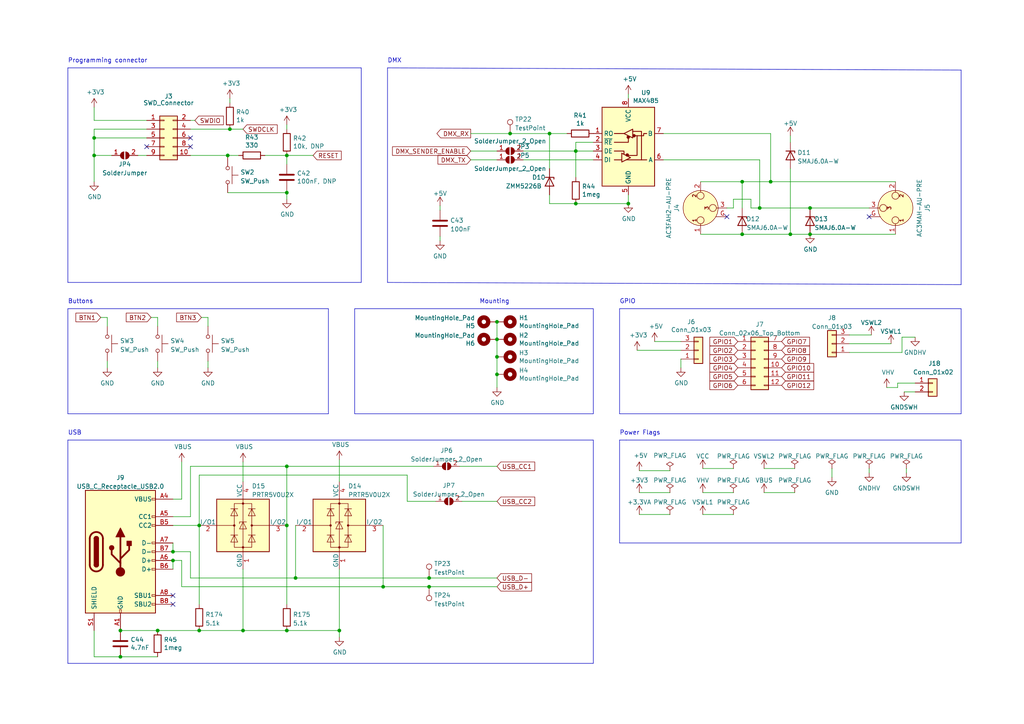
<source format=kicad_sch>
(kicad_sch (version 20230121) (generator eeschema)
  (paper "A4")
  (title_block (title "EL Controller - Connectors") (date "2022-01-22") (rev "1") (company "Light by Christian Baldus"))
  (lib_symbols
    (symbol "Connector:TestPoint" (pin_numbers hide) (pin_names (offset 0.762) hide)
      (property "Reference" "TP" (at 0 6.858 0))
      (property "Value" "TestPoint" (at 0 5.08 0))
      (symbol "TestPoint_1_1"
        (pin passive line (at 0 0 90) (length 2.54) (name "1") (number "1"))
      )
    )
    (symbol "Connector:USB_C_Receptacle_USB2.0" (pin_names (offset 1.016))
      (property "Reference" "J" (at -10.16 19.05 0))
      (property "Value" "USB_C_Receptacle_USB2.0" (at 19.05 19.05 0))
      (symbol "USB_C_Receptacle_USB2.0_1_1"
        (pin passive line (at 0 -22.86 90) (length 5.08) (name "GND") (number "A1"))
        (pin passive line (at 0 -22.86 90) (length 5.08) hide (name "GND") (number "A12"))
        (pin passive line (at 15.24 15.24 180) (length 5.08) (name "VBUS") (number "A4"))
        (pin bidirectional line (at 15.24 10.16 180) (length 5.08) (name "CC1") (number "A5"))
        (pin bidirectional line (at 15.24 -2.54 180) (length 5.08) (name "D+") (number "A6"))
        (pin bidirectional line (at 15.24 2.54 180) (length 5.08) (name "D-") (number "A7"))
        (pin bidirectional line (at 15.24 -12.7 180) (length 5.08) (name "SBU1") (number "A8"))
        (pin passive line (at 15.24 15.24 180) (length 5.08) hide (name "VBUS") (number "A9"))
        (pin passive line (at 0 -22.86 90) (length 5.08) hide (name "GND") (number "B1"))
        (pin passive line (at 0 -22.86 90) (length 5.08) hide (name "GND") (number "B12"))
        (pin passive line (at 15.24 15.24 180) (length 5.08) hide (name "VBUS") (number "B4"))
        (pin bidirectional line (at 15.24 7.62 180) (length 5.08) (name "CC2") (number "B5"))
        (pin bidirectional line (at 15.24 -5.08 180) (length 5.08) (name "D+") (number "B6"))
        (pin bidirectional line (at 15.24 0 180) (length 5.08) (name "D-") (number "B7"))
        (pin bidirectional line (at 15.24 -15.24 180) (length 5.08) (name "SBU2") (number "B8"))
        (pin passive line (at 15.24 15.24 180) (length 5.08) hide (name "VBUS") (number "B9"))
        (pin passive line (at -7.62 -22.86 90) (length 5.08) (name "SHIELD") (number "S1"))
      )
    )
    (symbol "Connector:XLR3_Ground" (pin_names hide)
      (property "Reference" "J" (at 0 8.89 0))
      (property "Value" "XLR3_Ground" (at 0 6.35 0))
      (symbol "XLR3_Ground_0_1"
        (text "1" (at -3.556 1.778 0) (effects (font (size 1.016 1.016) bold)))
        (text "2" (at 3.556 1.778 0) (effects (font (size 1.016 1.016) bold)))
        (text "3" (at 0 -1.778 0) (effects (font (size 1.016 1.016) bold)))
        (pin passive line (at -7.62 0 0) (length 2.54) (name "~") (number "1"))
        (pin passive line (at 7.62 0 180) (length 2.54) (name "~") (number "2"))
        (pin passive line (at 0 -7.62 90) (length 2.54) (name "~") (number "3"))
      )
      (symbol "XLR3_Ground_1_1"
        (pin passive line (at -2.54 -7.62 90) (length 2.54) (name "~") (number "G"))
      )
    )
    (symbol "Connector_Generic:Conn_01x02" (pin_names (offset 1.016) hide)
      (property "Reference" "J" (at 0 2.54 0))
      (property "Value" "Conn_01x02" (at 0 -5.08 0))
      (symbol "Conn_01x02_1_1"
        (pin passive line (at -5.08 0 0) (length 3.81) (name "Pin_1") (number "1"))
        (pin passive line (at -5.08 -2.54 0) (length 3.81) (name "Pin_2") (number "2"))
      )
    )
    (symbol "Connector_Generic:Conn_01x03" (pin_names (offset 1.016) hide)
      (property "Reference" "J" (at 0 5.08 0))
      (property "Value" "Conn_01x03" (at 0 -5.08 0))
      (symbol "Conn_01x03_1_1"
        (pin passive line (at -5.08 2.54 0) (length 3.81) (name "Pin_1") (number "1"))
        (pin passive line (at -5.08 0 0) (length 3.81) (name "Pin_2") (number "2"))
        (pin passive line (at -5.08 -2.54 0) (length 3.81) (name "Pin_3") (number "3"))
      )
    )
    (symbol "Connector_Generic:Conn_02x05_Odd_Even" (pin_names (offset 1.016) hide)
      (property "Reference" "J" (at 1.27 7.62 0))
      (property "Value" "Conn_02x05_Odd_Even" (at 1.27 -7.62 0))
      (symbol "Conn_02x05_Odd_Even_1_1"
        (pin passive line (at -5.08 5.08 0) (length 3.81) (name "Pin_1") (number "1"))
        (pin passive line (at 7.62 -5.08 180) (length 3.81) (name "Pin_10") (number "10"))
        (pin passive line (at 7.62 5.08 180) (length 3.81) (name "Pin_2") (number "2"))
        (pin passive line (at -5.08 2.54 0) (length 3.81) (name "Pin_3") (number "3"))
        (pin passive line (at 7.62 2.54 180) (length 3.81) (name "Pin_4") (number "4"))
        (pin passive line (at -5.08 0 0) (length 3.81) (name "Pin_5") (number "5"))
        (pin passive line (at 7.62 0 180) (length 3.81) (name "Pin_6") (number "6"))
        (pin passive line (at -5.08 -2.54 0) (length 3.81) (name "Pin_7") (number "7"))
        (pin passive line (at 7.62 -2.54 180) (length 3.81) (name "Pin_8") (number "8"))
        (pin passive line (at -5.08 -5.08 0) (length 3.81) (name "Pin_9") (number "9"))
      )
    )
    (symbol "Connector_Generic:Conn_02x06_Top_Bottom" (pin_names (offset 1.016) hide)
      (property "Reference" "J" (at 1.27 7.62 0))
      (property "Value" "Conn_02x06_Top_Bottom" (at 1.27 -10.16 0))
      (symbol "Conn_02x06_Top_Bottom_1_1"
        (pin passive line (at -5.08 5.08 0) (length 3.81) (name "Pin_1") (number "1"))
        (pin passive line (at 7.62 -2.54 180) (length 3.81) (name "Pin_10") (number "10"))
        (pin passive line (at 7.62 -5.08 180) (length 3.81) (name "Pin_11") (number "11"))
        (pin passive line (at 7.62 -7.62 180) (length 3.81) (name "Pin_12") (number "12"))
        (pin passive line (at -5.08 2.54 0) (length 3.81) (name "Pin_2") (number "2"))
        (pin passive line (at -5.08 0 0) (length 3.81) (name "Pin_3") (number "3"))
        (pin passive line (at -5.08 -2.54 0) (length 3.81) (name "Pin_4") (number "4"))
        (pin passive line (at -5.08 -5.08 0) (length 3.81) (name "Pin_5") (number "5"))
        (pin passive line (at -5.08 -7.62 0) (length 3.81) (name "Pin_6") (number "6"))
        (pin passive line (at 7.62 5.08 180) (length 3.81) (name "Pin_7") (number "7"))
        (pin passive line (at 7.62 2.54 180) (length 3.81) (name "Pin_8") (number "8"))
        (pin passive line (at 7.62 0 180) (length 3.81) (name "Pin_9") (number "9"))
      )
    )
    (symbol "Device:C" (pin_numbers hide) (pin_names (offset 0.254))
      (property "Reference" "C" (at 0.635 2.54 0))
      (property "Value" "C" (at 0.635 -2.54 0))
      (symbol "C_1_1"
        (pin passive line (at 0 3.81 270) (length 2.794) (name "~") (number "1"))
        (pin passive line (at 0 -3.81 90) (length 2.794) (name "~") (number "2"))
      )
    )
    (symbol "Device:D_Zener" (pin_numbers hide) (pin_names (offset 1.016) hide)
      (property "Reference" "D" (at 0 2.54 0))
      (property "Value" "D_Zener" (at 0 -2.54 0))
      (symbol "D_Zener_1_1"
        (pin passive line (at -3.81 0 0) (length 2.54) (name "K") (number "1"))
        (pin passive line (at 3.81 0 180) (length 2.54) (name "A") (number "2"))
      )
    )
    (symbol "Device:R" (pin_numbers hide) (pin_names (offset 0))
      (property "Reference" "R" (at 2.032 0 90))
      (property "Value" "R" (at 0 0 90))
      (symbol "R_1_1"
        (pin passive line (at 0 3.81 270) (length 1.27) (name "~") (number "1"))
        (pin passive line (at 0 -3.81 90) (length 1.27) (name "~") (number "2"))
      )
    )
    (symbol "Diode:ZMMxx" (pin_numbers hide) (pin_names hide)
      (property "Reference" "D" (at 0 2.54 0))
      (property "Value" "ZMMxx" (at 0 -2.54 0))
      (symbol "ZMMxx_1_1"
        (pin passive line (at -3.81 0 0) (length 2.54) (name "K") (number "1"))
        (pin passive line (at 3.81 0 180) (length 2.54) (name "A") (number "2"))
      )
    )
    (symbol "Interface_UART:MAX485E"
      (property "Reference" "U" (at -6.096 11.43 0))
      (property "Value" "MAX485E" (at 0.762 11.43 0))
      (symbol "MAX485E_1_1"
        (pin output line (at -10.16 2.54 0) (length 2.54) (name "RO") (number "1"))
        (pin input line (at -10.16 0 0) (length 2.54) (name "~{RE}") (number "2"))
        (pin input line (at -10.16 -2.54 0) (length 2.54) (name "DE") (number "3"))
        (pin input line (at -10.16 -5.08 0) (length 2.54) (name "DI") (number "4"))
        (pin power_in line (at 0 -15.24 90) (length 2.54) (name "GND") (number "5"))
        (pin bidirectional line (at 10.16 -5.08 180) (length 2.54) (name "A") (number "6"))
        (pin bidirectional line (at 10.16 2.54 180) (length 2.54) (name "B") (number "7"))
        (pin power_in line (at 0 12.7 270) (length 2.54) (name "VCC") (number "8"))
      )
    )
    (symbol "Jumper:SolderJumper_2_Open" (pin_names (offset 0) hide)
      (property "Reference" "JP" (at 0 2.032 0))
      (property "Value" "SolderJumper_2_Open" (at 0 -2.54 0))
      (symbol "SolderJumper_2_Open_1_1"
        (pin passive line (at -3.81 0 0) (length 2.54) (name "A") (number "1"))
        (pin passive line (at 3.81 0 180) (length 2.54) (name "B") (number "2"))
      )
    )
    (symbol "Mechanical:MountingHole_Pad" (pin_numbers hide) (pin_names (offset 1.016) hide)
      (property "Reference" "H" (at 0 6.35 0))
      (property "Value" "MountingHole_Pad" (at 0 4.445 0))
      (symbol "MountingHole_Pad_1_1"
        (pin input line (at 0 -2.54 90) (length 2.54) (name "1") (number "1"))
      )
    )
    (symbol "Power_Protection:PRTR5V0U2X" (pin_names (offset 0))
      (property "Reference" "D" (at 2.794 8.636 0))
      (property "Value" "PRTR5V0U2X" (at 8.128 -9.398 0))
      (symbol "PRTR5V0U2X_1_1"
        (pin passive line (at 0 -12.7 90) (length 5.08) (name "GND") (number "1"))
        (pin passive line (at -12.7 0 0) (length 5.08) (name "I/O1") (number "2"))
        (pin passive line (at 12.7 0 180) (length 5.08) (name "I/O2") (number "3"))
        (pin passive line (at 0 12.7 270) (length 5.08) (name "VCC") (number "4"))
      )
    )
    (symbol "Switch:SW_Push" (pin_numbers hide) (pin_names (offset 1.016) hide)
      (property "Reference" "SW" (at 1.27 2.54 0))
      (property "Value" "SW_Push" (at 0 -1.524 0))
      (symbol "SW_Push_0_1"
        (pin passive line (at -5.08 0 0) (length 2.54) (name "1") (number "1"))
        (pin passive line (at 5.08 0 180) (length 2.54) (name "2") (number "2"))
      )
    )
    (symbol "el_components:GNDHV" (power) (pin_names (offset 0))
      (property "Value" "GNDHV" (at 0 -3.81 0))
      (symbol "GNDHV_1_1"
        (pin power_in line (at 0 0 270) (length 0) hide (name "GNDHV") (number "1"))
      )
    )
    (symbol "el_components:GNDSWH" (power) (pin_names (offset 0))
      (property "Value" "GNDSWH" (at 0 -3.81 0))
      (symbol "GNDSWH_1_1"
        (pin power_in line (at 0 0 270) (length 0) hide (name "GNDSWH") (number "1"))
      )
    )
    (symbol "el_components:VHV" (power) (pin_names (offset 0))
      (property "Value" "VHV" (at 0 3.81 0))
      (symbol "VHV_1_1"
        (pin power_in line (at 0 0 90) (length 0) hide (name "VHV") (number "1"))
      )
    )
    (symbol "el_components:VSWL1" (power) (pin_names (offset 0))
      (property "Value" "VSWL1" (at 0 3.81 0))
      (symbol "VSWL1_1_1"
        (pin power_in line (at 0 0 90) (length 0) hide (name "VSWL1") (number "1"))
      )
    )
    (symbol "el_components:VSWL2" (power) (pin_names (offset 0))
      (property "Value" "VSWL2" (at 0 3.81 0))
      (symbol "VSWL2_1_1"
        (pin power_in line (at 0 0 90) (length 0) hide (name "VSWL2") (number "1"))
      )
    )
    (symbol "power:+3.3VA" (power) (pin_names (offset 0))
      (property "Value" "+3.3VA" (at 0 3.556 0))
      (symbol "+3.3VA_1_1"
        (pin power_in line (at 0 0 90) (length 0) hide (name "+3.3VA") (number "1"))
      )
    )
    (symbol "power:+3V3" (power) (pin_names (offset 0))
      (property "Value" "+3V3" (at 0 3.556 0))
      (symbol "+3V3_1_1"
        (pin power_in line (at 0 0 90) (length 0) hide (name "+3V3") (number "1"))
      )
    )
    (symbol "power:+5V" (power) (pin_names (offset 0))
      (property "Value" "+5V" (at 0 3.556 0))
      (symbol "+5V_1_1"
        (pin power_in line (at 0 0 90) (length 0) hide (name "+5V") (number "1"))
      )
    )
    (symbol "power:GND" (power) (pin_names (offset 0))
      (property "Value" "GND" (at 0 -3.81 0))
      (symbol "GND_1_1"
        (pin power_in line (at 0 0 270) (length 0) hide (name "GND") (number "1"))
      )
    )
    (symbol "power:PWR_FLAG" (power) (pin_numbers hide) (pin_names (offset 0) hide)
      (property "Value" "PWR_FLAG" (at 0 3.81 0))
      (symbol "PWR_FLAG_0_0"
        (pin power_out line (at 0 0 90) (length 0) (name "pwr") (number "1"))
      )
    )
    (symbol "power:VBUS" (power) (pin_names (offset 0))
      (property "Value" "VBUS" (at 0 3.81 0))
      (symbol "VBUS_1_1"
        (pin power_in line (at 0 0 90) (length 0) hide (name "VBUS") (number "1"))
      )
    )
    (symbol "power:VCC" (power) (pin_names (offset 0))
      (property "Value" "VCC" (at 0 3.81 0))
      (symbol "VCC_1_1"
        (pin power_in line (at 0 0 90) (length 0) hide (name "VCC") (number "1"))
      )
    )
  )
  (junction (at 83.185 182.88))
  (junction (at 83.185 152.4))
  (junction (at 167.005 59.055))
  (junction (at 57.785 152.4))
  (junction (at 144.145 108.585))
  (junction (at 182.245 59.055))
  (junction (at 223.52 52.705))
  (junction (at 124.46 167.64))
  (junction (at 215.265 67.945))
  (junction (at 144.145 93.345))
  (junction (at 144.145 103.505))
  (junction (at 83.185 135.255))
  (junction (at 147.955 38.735))
  (junction (at 85.725 167.64))
  (junction (at 50.165 160.02))
  (junction (at 215.265 52.705))
  (junction (at 50.165 162.56))
  (junction (at 34.925 190.5))
  (junction (at 57.785 182.88))
  (junction (at 83.185 55.88))
  (junction (at 111.125 170.18))
  (junction (at 34.925 182.88))
  (junction (at 27.305 45.085))
  (junction (at 124.46 170.18))
  (junction (at 234.95 60.325))
  (junction (at 98.425 182.88))
  (junction (at 159.385 38.735))
  (junction (at 27.305 40.005))
  (junction (at 66.04 45.085))
  (junction (at 229.235 67.945))
  (junction (at 66.675 37.465))
  (junction (at 70.485 182.88))
  (junction (at 45.72 182.88))
  (junction (at 234.95 67.945))
  (junction (at 167.005 43.815))
  (junction (at 144.145 98.425))
  (junction (at 83.185 45.085))
  (junction (at 220.345 60.325))
  (no_connect (at 50.165 172.72))
  (no_connect (at 50.165 175.26))
  (no_connect (at 55.245 40.005))
  (no_connect (at 42.545 42.545))
  (no_connect (at 252.095 62.865))
  (no_connect (at 210.82 62.865))
  (no_connect (at 55.245 42.545))
  (wire (pts (xy 185.42 142.875) (xy 194.31 142.875)))
  (wire (pts (xy 52.705 144.78) (xy 50.165 144.78)))
  (wire (pts (xy 260.35 111.125) (xy 260.35 112.395)))
  (wire (pts (xy 159.385 48.895) (xy 159.385 38.735)))
  (polyline (pts (xy 102.87 120.015) (xy 102.87 89.535)))
  (polyline (pts (xy 19.685 81.915) (xy 19.685 19.685)))
  (wire (pts (xy 42.545 40.005) (xy 27.305 40.005)))
  (wire (pts (xy 229.235 39.37) (xy 229.235 41.275)))
  (wire (pts (xy 144.145 93.345) (xy 144.145 98.425)))
  (wire (pts (xy 203.835 149.225) (xy 212.725 149.225)))
  (wire (pts (xy 98.425 165.1) (xy 98.425 182.88)))
  (wire (pts (xy 151.765 43.815) (xy 167.005 43.815)))
  (polyline (pts (xy 181.61 127.635) (xy 278.765 127.635)))
  (wire (pts (xy 60.325 104.775) (xy 60.325 106.68)))
  (wire (pts (xy 203.835 135.89) (xy 212.725 135.89)))
  (wire (pts (xy 70.485 37.465) (xy 66.675 37.465)))
  (wire (pts (xy 50.165 152.4) (xy 57.785 152.4)))
  (wire (pts (xy 29.21 92.075) (xy 31.115 92.075)))
  (wire (pts (xy 45.72 92.075) (xy 45.72 94.615)))
  (wire (pts (xy 42.545 37.465) (xy 27.305 37.465)))
  (polyline (pts (xy 179.705 127.635) (xy 181.61 127.635)))
  (polyline (pts (xy 172.085 127.635) (xy 19.685 127.635)))
  (wire (pts (xy 57.785 152.4) (xy 57.785 175.26)))
  (wire (pts (xy 136.525 46.355) (xy 144.145 46.355)))
  (wire (pts (xy 159.385 56.515) (xy 159.385 59.055)))
  (wire (pts (xy 127.635 68.58) (xy 127.635 69.85)))
  (wire (pts (xy 221.615 135.89) (xy 230.505 135.89)))
  (wire (pts (xy 189.865 99.06) (xy 197.485 99.06)))
  (wire (pts (xy 50.165 157.48) (xy 50.165 160.02)))
  (polyline (pts (xy 104.775 19.685) (xy 104.775 81.915)))
  (wire (pts (xy 229.235 48.895) (xy 229.235 67.945)))
  (wire (pts (xy 27.305 45.085) (xy 27.305 52.705)))
  (wire (pts (xy 133.985 145.415) (xy 144.145 145.415)))
  (wire (pts (xy 57.785 137.795) (xy 118.11 137.795)))
  (wire (pts (xy 167.005 41.275) (xy 167.005 43.815)))
  (polyline (pts (xy 179.705 157.48) (xy 179.705 127.635)))
  (wire (pts (xy 184.785 101.6) (xy 197.485 101.6)))
  (wire (pts (xy 52.705 170.18) (xy 111.125 170.18)))
  (wire (pts (xy 217.805 60.325) (xy 220.345 60.325)))
  (wire (pts (xy 43.815 92.075) (xy 45.72 92.075)))
  (wire (pts (xy 31.115 104.775) (xy 31.115 106.68)))
  (wire (pts (xy 185.42 149.225) (xy 194.31 149.225)))
  (polyline (pts (xy 19.685 19.685) (xy 104.775 19.685)))
  (wire (pts (xy 220.345 46.355) (xy 220.345 60.325)))
  (polyline (pts (xy 95.25 120.015) (xy 95.25 89.535)))
  (wire (pts (xy 70.485 133.985) (xy 70.485 139.7)))
  (wire (pts (xy 252.095 135.89) (xy 252.095 137.16)))
  (wire (pts (xy 98.425 133.35) (xy 98.425 139.7)))
  (wire (pts (xy 203.2 67.945) (xy 215.265 67.945)))
  (wire (pts (xy 50.165 162.56) (xy 52.705 162.56)))
  (wire (pts (xy 111.125 170.18) (xy 111.125 152.4)))
  (wire (pts (xy 260.35 112.395) (xy 257.175 112.395)))
  (wire (pts (xy 246.38 102.235) (xy 261.62 102.235)))
  (wire (pts (xy 55.245 45.085) (xy 66.04 45.085)))
  (wire (pts (xy 57.785 182.88) (xy 70.485 182.88)))
  (wire (pts (xy 215.265 67.945) (xy 229.235 67.945)))
  (wire (pts (xy 98.425 182.88) (xy 83.185 182.88)))
  (wire (pts (xy 223.52 52.705) (xy 259.715 52.705)))
  (wire (pts (xy 215.265 52.705) (xy 215.265 60.325)))
  (wire (pts (xy 220.345 60.325) (xy 234.95 60.325)))
  (wire (pts (xy 234.95 67.945) (xy 259.715 67.945)))
  (polyline (pts (xy 102.87 89.535) (xy 172.085 89.535)))
  (polyline (pts (xy 172.085 120.015) (xy 102.87 120.015)))
  (wire (pts (xy 212.725 57.785) (xy 217.805 57.785)))
  (wire (pts (xy 83.185 135.255) (xy 83.185 152.4)))
  (wire (pts (xy 159.385 38.735) (xy 164.465 38.735)))
  (wire (pts (xy 124.46 170.18) (xy 144.145 170.18)))
  (wire (pts (xy 83.185 152.4) (xy 83.185 175.26)))
  (wire (pts (xy 144.145 98.425) (xy 144.145 103.505)))
  (wire (pts (xy 45.72 104.775) (xy 45.72 106.68)))
  (wire (pts (xy 203.835 142.875) (xy 212.725 142.875)))
  (wire (pts (xy 55.245 160.02) (xy 55.245 167.64)))
  (polyline (pts (xy 179.705 89.535) (xy 179.705 120.015)))
  (wire (pts (xy 212.725 60.325) (xy 212.725 57.785)))
  (wire (pts (xy 55.245 167.64) (xy 85.725 167.64)))
  (wire (pts (xy 182.245 27.305) (xy 182.245 28.575)))
  (wire (pts (xy 55.245 135.255) (xy 83.185 135.255)))
  (wire (pts (xy 167.005 51.435) (xy 167.005 43.815)))
  (wire (pts (xy 83.185 37.465) (xy 83.185 36.195)))
  (wire (pts (xy 133.35 135.255) (xy 144.145 135.255)))
  (wire (pts (xy 203.2 52.705) (xy 215.265 52.705)))
  (wire (pts (xy 167.005 41.275) (xy 172.085 41.275)))
  (wire (pts (xy 144.145 103.505) (xy 144.145 108.585)))
  (wire (pts (xy 27.305 37.465) (xy 27.305 40.005)))
  (wire (pts (xy 52.705 133.985) (xy 52.705 144.78)))
  (wire (pts (xy 27.305 40.005) (xy 27.305 45.085)))
  (wire (pts (xy 85.725 152.4) (xy 85.725 167.64)))
  (wire (pts (xy 85.725 167.64) (xy 124.46 167.64)))
  (wire (pts (xy 147.955 38.735) (xy 159.385 38.735)))
  (polyline (pts (xy 278.765 127.635) (xy 278.765 157.48)))
  (wire (pts (xy 197.485 106.68) (xy 197.485 104.14)))
  (wire (pts (xy 261.62 102.235) (xy 261.62 97.79)))
  (wire (pts (xy 55.245 135.255) (xy 55.245 149.86)))
  (wire (pts (xy 52.705 162.56) (xy 52.705 170.18)))
  (wire (pts (xy 217.805 57.785) (xy 217.805 60.325)))
  (wire (pts (xy 111.125 170.18) (xy 124.46 170.18)))
  (wire (pts (xy 210.82 60.325) (xy 212.725 60.325)))
  (polyline (pts (xy 278.765 120.015) (xy 278.765 89.535)))
  (wire (pts (xy 27.305 190.5) (xy 34.925 190.5)))
  (wire (pts (xy 83.185 45.085) (xy 83.185 47.625)))
  (wire (pts (xy 118.11 145.415) (xy 118.11 137.795)))
  (wire (pts (xy 124.46 167.64) (xy 144.145 167.64)))
  (polyline (pts (xy 19.685 89.535) (xy 95.25 89.535)))
  (wire (pts (xy 90.805 45.085) (xy 83.185 45.085)))
  (polyline (pts (xy 112.395 81.915) (xy 112.395 19.685)))
  (wire (pts (xy 144.145 108.585) (xy 144.145 112.395)))
  (wire (pts (xy 83.185 57.785) (xy 83.185 55.88)))
  (wire (pts (xy 223.52 38.735) (xy 223.52 52.705)))
  (wire (pts (xy 66.04 55.88) (xy 83.185 55.88)))
  (wire (pts (xy 45.72 182.88) (xy 57.785 182.88)))
  (wire (pts (xy 185.42 136.525) (xy 194.31 136.525)))
  (wire (pts (xy 83.185 135.255) (xy 125.73 135.255)))
  (wire (pts (xy 27.305 182.88) (xy 27.305 190.5)))
  (polyline (pts (xy 19.685 127.635) (xy 19.685 192.405)))
  (wire (pts (xy 262.255 113.665) (xy 265.43 113.665)))
  (wire (pts (xy 34.925 182.88) (xy 45.72 182.88)))
  (wire (pts (xy 60.325 92.075) (xy 60.325 94.615)))
  (wire (pts (xy 50.165 160.02) (xy 55.245 160.02)))
  (wire (pts (xy 32.385 45.085) (xy 27.305 45.085)))
  (wire (pts (xy 126.365 145.415) (xy 118.11 145.415)))
  (wire (pts (xy 229.235 67.945) (xy 234.95 67.945)))
  (polyline (pts (xy 179.705 120.015) (xy 278.765 120.015)))
  (wire (pts (xy 27.305 34.925) (xy 42.545 34.925)))
  (wire (pts (xy 265.43 111.125) (xy 260.35 111.125)))
  (polyline (pts (xy 19.685 89.535) (xy 19.685 120.015)))
  (wire (pts (xy 70.485 182.88) (xy 83.185 182.88)))
  (wire (pts (xy 83.185 55.88) (xy 83.185 55.245)))
  (polyline (pts (xy 278.765 82.55) (xy 112.395 81.915)))
  (wire (pts (xy 66.04 45.085) (xy 66.04 45.72)))
  (wire (pts (xy 55.245 37.465) (xy 66.675 37.465)))
  (wire (pts (xy 58.42 92.075) (xy 60.325 92.075)))
  (polyline (pts (xy 104.775 81.915) (xy 19.685 81.915)))
  (wire (pts (xy 127.635 59.69) (xy 127.635 60.96)))
  (wire (pts (xy 144.145 43.815) (xy 136.525 43.815)))
  (wire (pts (xy 57.785 152.4) (xy 57.785 137.795)))
  (wire (pts (xy 262.89 135.89) (xy 262.89 137.16)))
  (wire (pts (xy 27.305 34.925) (xy 27.305 31.115)))
  (wire (pts (xy 241.3 135.89) (xy 241.3 138.43)))
  (wire (pts (xy 192.405 46.355) (xy 220.345 46.355)))
  (polyline (pts (xy 278.765 157.48) (xy 179.705 157.48)))
  (wire (pts (xy 136.525 38.735) (xy 147.955 38.735)))
  (wire (pts (xy 167.005 43.815) (xy 172.085 43.815)))
  (polyline (pts (xy 278.765 89.535) (xy 179.705 89.535)))
  (wire (pts (xy 98.425 182.88) (xy 98.425 184.785)))
  (wire (pts (xy 70.485 165.1) (xy 70.485 182.88)))
  (wire (pts (xy 56.515 34.925) (xy 55.245 34.925)))
  (polyline (pts (xy 19.685 120.015) (xy 95.25 120.015)))
  (wire (pts (xy 34.925 190.5) (xy 45.72 190.5)))
  (wire (pts (xy 159.385 59.055) (xy 167.005 59.055)))
  (wire (pts (xy 182.245 59.055) (xy 182.245 56.515)))
  (polyline (pts (xy 19.685 192.405) (xy 172.085 192.405)))
  (wire (pts (xy 234.95 60.325) (xy 252.095 60.325)))
  (polyline (pts (xy 112.395 19.685) (xy 278.765 20.32)))
  (polyline (pts (xy 172.085 192.405) (xy 172.085 127.635)))
  (wire (pts (xy 246.38 97.155) (xy 252.73 97.155)))
  (wire (pts (xy 172.085 46.355) (xy 151.765 46.355)))
  (wire (pts (xy 192.405 38.735) (xy 223.52 38.735)))
  (wire (pts (xy 76.835 45.085) (xy 83.185 45.085)))
  (wire (pts (xy 261.62 97.79) (xy 265.43 97.79)))
  (wire (pts (xy 66.04 45.085) (xy 69.215 45.085)))
  (wire (pts (xy 215.265 52.705) (xy 223.52 52.705)))
  (wire (pts (xy 221.615 142.875) (xy 230.505 142.875)))
  (polyline (pts (xy 278.765 20.32) (xy 278.765 82.55)))
  (wire (pts (xy 167.005 59.055) (xy 182.245 59.055)))
  (wire (pts (xy 31.115 92.075) (xy 31.115 94.615)))
  (wire (pts (xy 50.165 162.56) (xy 50.165 165.1)))
  (wire (pts (xy 246.38 99.695) (xy 258.445 99.695)))
  (wire (pts (xy 50.165 149.86) (xy 55.245 149.86)))
  (wire (pts (xy 66.675 29.845) (xy 66.675 28.575)))
  (wire (pts (xy 40.005 45.085) (xy 42.545 45.085)))
  (polyline (pts (xy 172.085 89.535) (xy 172.085 120.015)))
  (text "Power Flags" (at 179.705 126.365 0) (effects (font (size 1.27 1.27)) (justify left bottom)))
  (text "Mounting" (at 139.065 88.265 0) (effects (font (size 1.27 1.27)) (justify left bottom)))
  (text "USB" (at 19.685 126.365 0) (effects (font (size 1.27 1.27)) (justify left bottom)))
  (text "Programming connector" (at 19.685 18.415 0) (effects (font (size 1.27 1.27)) (justify left bottom)))
  (text "DMX" (at 112.395 18.415 0) (effects (font (size 1.27 1.27)) (justify left bottom)))
  (text "GPIO" (at 179.705 88.265 0) (effects (font (size 1.27 1.27)) (justify left bottom)))
  (text "Buttons" (at 19.685 88.265 0) (effects (font (size 1.27 1.27)) (justify left bottom)))
  (global_label "GPIO9" (shape input) (at 226.695 104.14 0) (property "Intersheetrefs" "${INTERSHEET_REFS}" (effects hide)))
  (global_label "USB_CC2" (shape input) (at 144.145 145.415 0) (property "Intersheetrefs" "${INTERSHEET_REFS}" (effects hide)))
  (global_label "GPIO11" (shape input) (at 226.695 109.22 0) (property "Intersheetrefs" "${INTERSHEET_REFS}" (effects hide)))
  (global_label "SWDIO" (shape input) (at 56.515 34.925 0) (property "Intersheetrefs" "${INTERSHEET_REFS}" (effects hide)))
  (global_label "USB_D+" (shape input) (at 144.145 170.18 0) (property "Intersheetrefs" "${INTERSHEET_REFS}" (effects hide)))
  (global_label "SWDCLK" (shape input) (at 70.485 37.465 0) (property "Intersheetrefs" "${INTERSHEET_REFS}" (effects hide)))
  (global_label "DMX_SENDER_ENABLE" (shape input) (at 136.525 43.815 180) (property "Intersheetrefs" "${INTERSHEET_REFS}" (effects hide)))
  (global_label "DMX_TX" (shape input) (at 136.525 46.355 180) (property "Intersheetrefs" "${INTERSHEET_REFS}" (effects hide)))
  (global_label "USB_CC1" (shape input) (at 144.145 135.255 0) (property "Intersheetrefs" "${INTERSHEET_REFS}" (effects hide)))
  (global_label "USB_D-" (shape input) (at 144.145 167.64 0) (property "Intersheetrefs" "${INTERSHEET_REFS}" (effects hide)))
  (global_label "GPIO5" (shape input) (at 213.995 109.22 180) (property "Intersheetrefs" "${INTERSHEET_REFS}" (effects hide)))
  (global_label "BTN3" (shape input) (at 58.42 92.075 180) (property "Intersheetrefs" "${INTERSHEET_REFS}" (effects hide)))
  (global_label "GPIO4" (shape input) (at 213.995 106.68 180) (property "Intersheetrefs" "${INTERSHEET_REFS}" (effects hide)))
  (global_label "GPIO3" (shape input) (at 213.995 104.14 180) (property "Intersheetrefs" "${INTERSHEET_REFS}" (effects hide)))
  (global_label "RESET" (shape input) (at 90.805 45.085 0) (property "Intersheetrefs" "${INTERSHEET_REFS}" (effects hide)))
  (global_label "GPIO1" (shape input) (at 213.995 99.06 180) (property "Intersheetrefs" "${INTERSHEET_REFS}" (effects hide)))
  (global_label "BTN2" (shape input) (at 43.815 92.075 180) (property "Intersheetrefs" "${INTERSHEET_REFS}" (effects hide)))
  (global_label "GPIO12" (shape input) (at 226.695 111.76 0) (property "Intersheetrefs" "${INTERSHEET_REFS}" (effects hide)))
  (global_label "GPIO2" (shape input) (at 213.995 101.6 180) (property "Intersheetrefs" "${INTERSHEET_REFS}" (effects hide)))
  (global_label "GPIO7" (shape input) (at 226.695 99.06 0) (property "Intersheetrefs" "${INTERSHEET_REFS}" (effects hide)))
  (global_label "GPIO8" (shape input) (at 226.695 101.6 0) (property "Intersheetrefs" "${INTERSHEET_REFS}" (effects hide)))
  (global_label "DMX_RX" (shape output) (at 136.525 38.735 180) (property "Intersheetrefs" "${INTERSHEET_REFS}" (effects hide)))
  (global_label "GPIO6" (shape input) (at 213.995 111.76 180) (property "Intersheetrefs" "${INTERSHEET_REFS}" (effects hide)))
  (global_label "BTN1" (shape input) (at 29.21 92.075 180) (property "Intersheetrefs" "${INTERSHEET_REFS}" (effects hide)))
  (global_label "GPIO10" (shape input) (at 226.695 106.68 0) (property "Intersheetrefs" "${INTERSHEET_REFS}" (effects hide)))
  (symbol (lib_id "Connector_Generic:Conn_01x03") (at 202.565 101.6 0) (mirror x) (unit 1)
    (property "Reference" "J6" (at 200.4822 93.345 0))
    (property "Value" "Conn_01x03" (at 200.4822 95.6564 0))
    (property "Footprint" "Connector_PinHeader_2.54mm:PinHeader_1x03_P2.54mm_Vertical" (effects hide))
  )
  (symbol (lib_id "power:GND") (at 197.485 106.68 0) (unit 1)
    (property "Reference" "#PWR078" (effects hide))
    (property "Value" "GND" (at 197.612 111.0742 0))
  )
  (symbol (lib_id "power:+5V") (at 189.865 99.06 0) (unit 1)
    (property "Reference" "#PWR074" (effects hide))
    (property "Value" "+5V" (at 190.246 94.6658 0))
  )
  (symbol (lib_id "power:+3V3") (at 184.785 101.6 0) (unit 1)
    (property "Reference" "#PWR076" (effects hide))
    (property "Value" "+3V3" (at 185.166 97.2058 0))
  )
  (symbol (lib_id "el_components:VHV") (at 257.175 112.395 0) (unit 1)
    (property "Reference" "#PWR073" (effects hide))
    (property "Value" "VHV" (at 257.556 108.0008 0))
  )
  (symbol (lib_id "Device:R") (at 167.005 55.245 0) (unit 1)
    (property "Reference" "R44" (at 168.783 54.0766 0) (effects (justify left)))
    (property "Value" "1meg" (at 168.783 56.388 0) (effects (justify left)))
    (property "Footprint" "Resistor_SMD:R_0603_1608Metric" (effects hide))
  )
  (symbol (lib_id "Jumper:SolderJumper_2_Open") (at 147.955 43.815 0) (unit 1)
    (property "Reference" "JP3" (at 151.765 42.545 0))
    (property "Value" "SolderJumper_2_Open" (at 147.955 40.9194 0))
    (property "Footprint" "Jumper:SolderJumper-2_P1.3mm_Open_RoundedPad1.0x1.5mm" (effects hide))
  )
  (symbol (lib_id "Mechanical:MountingHole_Pad") (at 146.685 93.345 270) (unit 1)
    (property "Reference" "H1" (at 150.495 92.1766 90) (effects (justify left)))
    (property "Value" "MountingHole_Pad" (at 150.495 94.488 90) (effects (justify left)))
    (property "Footprint" "MountingHole:MountingHole_3.2mm_M3_Pad_Via" (effects hide))
  )
  (symbol (lib_id "Mechanical:MountingHole_Pad") (at 146.685 98.425 270) (unit 1)
    (property "Reference" "H2" (at 150.495 97.2566 90) (effects (justify left)))
    (property "Value" "MountingHole_Pad" (at 150.495 99.568 90) (effects (justify left)))
    (property "Footprint" "MountingHole:MountingHole_3.2mm_M3_Pad_Via" (effects hide))
  )
  (symbol (lib_id "Mechanical:MountingHole_Pad") (at 146.685 103.505 270) (unit 1)
    (property "Reference" "H3" (at 150.495 102.3366 90) (effects (justify left)))
    (property "Value" "MountingHole_Pad" (at 150.495 104.648 90) (effects (justify left)))
    (property "Footprint" "MountingHole:MountingHole_3.2mm_M3_Pad_Via" (effects hide))
  )
  (symbol (lib_id "Mechanical:MountingHole_Pad") (at 146.685 108.585 270) (unit 1)
    (property "Reference" "H4" (at 150.495 107.4166 90) (effects (justify left)))
    (property "Value" "MountingHole_Pad" (at 150.495 109.728 90) (effects (justify left)))
    (property "Footprint" "MountingHole:MountingHole_3.2mm_M3_Pad_Via" (effects hide))
  )
  (symbol (lib_id "power:GND") (at 144.145 112.395 0) (unit 1)
    (property "Reference" "#PWR082" (effects hide))
    (property "Value" "GND" (at 144.272 116.7892 0))
  )
  (symbol (lib_id "power:+5V") (at 185.42 136.525 0) (unit 1)
    (property "Reference" "#PWR071" (effects hide))
    (property "Value" "+5V" (at 185.801 132.1308 0))
  )
  (symbol (lib_id "power:PWR_FLAG") (at 194.31 136.525 0) (unit 1)
    (property "Reference" "#FLG01" (effects hide))
    (property "Value" "PWR_FLAG" (at 194.31 132.1308 0))
  )
  (symbol (lib_id "Connector_Generic:Conn_02x05_Odd_Even") (at 47.625 40.005 0) (unit 1)
    (property "Reference" "J3" (at 48.895 27.94 0))
    (property "Value" "SWD_Connector" (at 48.895 29.845 0))
    (property "Footprint" "Connector_PinHeader_1.27mm:PinHeader_2x05_P1.27mm_Vertical" (effects hide))
  )
  (symbol (lib_id "Device:R") (at 66.675 33.655 0) (unit 1)
    (property "Reference" "R40" (at 68.453 32.4866 0) (effects (justify left)))
    (property "Value" "1k" (at 68.453 34.798 0) (effects (justify left)))
    (property "Footprint" "Resistor_SMD:R_0603_1608Metric" (effects hide))
  )
  (symbol (lib_id "power:+3V3") (at 66.675 28.575 0) (unit 1)
    (property "Reference" "#PWR062" (effects hide))
    (property "Value" "+3V3" (at 67.056 24.1808 0))
  )
  (symbol (lib_id "power:+3V3") (at 27.305 31.115 0) (unit 1)
    (property "Reference" "#PWR063" (effects hide))
    (property "Value" "+3V3" (at 27.686 26.7208 0))
  )
  (symbol (lib_id "Jumper:SolderJumper_2_Open") (at 36.195 45.085 0) (unit 1)
    (property "Reference" "JP4" (at 36.195 47.625 0))
    (property "Value" "SolderJumper" (at 36.195 50.165 0))
    (property "Footprint" "Jumper:SolderJumper-2_P1.3mm_Open_RoundedPad1.0x1.5mm" (effects hide))
  )
  (symbol (lib_id "power:GND") (at 27.305 52.705 0) (unit 1)
    (property "Reference" "#PWR065" (effects hide))
    (property "Value" "GND" (at 27.432 57.0992 0))
  )
  (symbol (lib_id "Device:R") (at 73.025 45.085 270) (unit 1)
    (property "Reference" "R43" (at 73.025 39.8272 90))
    (property "Value" "330" (at 73.025 42.1386 90))
    (property "Footprint" "Resistor_SMD:R_0603_1608Metric" (effects hide))
  )
  (symbol (lib_id "Device:R") (at 83.185 41.275 0) (unit 1)
    (property "Reference" "R42" (at 84.963 40.1066 0) (effects (justify left)))
    (property "Value" "10k, DNP" (at 84.963 42.418 0) (effects (justify left)))
    (property "Footprint" "Resistor_SMD:R_0603_1608Metric" (effects hide))
  )
  (symbol (lib_id "Device:C") (at 83.185 51.435 0) (unit 1)
    (property "Reference" "C42" (at 86.106 50.2666 0) (effects (justify left)))
    (property "Value" "100nF, DNP" (at 86.106 52.578 0) (effects (justify left)))
    (property "Footprint" "Capacitor_SMD:C_0603_1608Metric" (effects hide))
  )
  (symbol (lib_id "power:+3V3") (at 83.185 36.195 0) (unit 1)
    (property "Reference" "#PWR064" (effects hide))
    (property "Value" "+3V3" (at 83.566 31.8008 0))
  )
  (symbol (lib_id "power:GND") (at 83.185 57.785 0) (unit 1)
    (property "Reference" "#PWR066" (effects hide))
    (property "Value" "GND" (at 83.312 62.1792 0))
  )
  (symbol (lib_id "power:GND") (at 98.425 184.785 0) (unit 1)
    (property "Reference" "#PWR087" (effects hide))
    (property "Value" "GND" (at 98.552 189.1792 0))
  )
  (symbol (lib_id "Device:R") (at 45.72 186.69 180) (unit 1)
    (property "Reference" "R45" (at 47.498 185.5216 0) (effects (justify right)))
    (property "Value" "1meg" (at 47.498 187.833 0) (effects (justify right)))
    (property "Footprint" "Resistor_SMD:R_0603_1608Metric" (effects hide))
  )
  (symbol (lib_id "Device:C") (at 34.925 186.69 180) (unit 1)
    (property "Reference" "C44" (at 37.846 185.5216 0) (effects (justify right)))
    (property "Value" "4.7nF" (at 37.846 187.833 0) (effects (justify right)))
    (property "Footprint" "Capacitor_SMD:C_0805_2012Metric" (effects hide))
  )
  (symbol (lib_id "Power_Protection:PRTR5V0U2X") (at 98.425 152.4 0) (unit 1)
    (property "Reference" "D14" (at 100.965 140.97 0) (effects (justify left)))
    (property "Value" "PRTR5V0U2X" (at 100.965 143.51 0) (effects (justify left)))
    (property "Footprint" "Package_TO_SOT_SMD:SOT-143" (effects hide))
    (property "Datasheet" "https://assets.nexperia.com/documents/data-sheet/PRTR5V0U2X.pdf" (effects hide))
  )
  (symbol (lib_id "power:VBUS") (at 70.485 133.985 0) (unit 1)
    (property "Reference" "#PWR072" (effects hide))
    (property "Value" "VBUS" (at 70.866 129.5908 0))
  )
  (symbol (lib_id "Interface_UART:MAX485E") (at 182.245 41.275 0) (unit 1)
    (property "Reference" "U9" (at 187.325 26.8986 0))
    (property "Value" "MAX485" (at 187.325 29.21 0))
    (property "Footprint" "EL-footprints:SOIC-8_Maxim_P1.27mm" (effects hide))
    (property "Datasheet" "https://datasheets.maximintegrated.com/en/ds/MAX1487-MAX491.pdf" (effects hide))
  )
  (symbol (lib_id "power:GND") (at 182.245 59.055 0) (unit 1)
    (property "Reference" "#PWR067" (effects hide))
    (property "Value" "GND" (at 182.372 63.4492 0))
  )
  (symbol (lib_id "power:+5V") (at 182.245 27.305 0) (unit 1)
    (property "Reference" "#PWR061" (effects hide))
    (property "Value" "+5V" (at 182.626 22.9108 0))
  )
  (symbol (lib_id "Connector:XLR3_Ground") (at 259.715 60.325 270) (mirror x) (unit 1)
    (property "Reference" "J5" (at 268.986 60.325 0))
    (property "Value" "AC3MAH-AU-PRE" (at 266.6746 60.325 0))
    (property "Footprint" "EL-footprints:Jack_XLR_Neutrik_NC3MAH-0_Horizontal_Overhanging" (effects hide))
    (property "Datasheet" " ~" (effects hide))
  )
  (symbol (lib_id "Connector:XLR3_Ground") (at 203.2 60.325 90) (unit 1)
    (property "Reference" "J4" (at 196.2658 60.325 0))
    (property "Value" "AC3FAH2-AU-PRE" (at 193.9544 60.325 0))
    (property "Footprint" "EL-footprints:Jack_XLR_Neutrik_NC3FAH2_Horizontal_Overhanging" (effects hide))
    (property "Datasheet" " ~" (effects hide))
  )
  (symbol (lib_id "power:GND") (at 234.95 67.945 0) (unit 1)
    (property "Reference" "#PWR069" (effects hide))
    (property "Value" "GND" (at 235.077 72.3392 0))
  )
  (symbol (lib_id "Device:R") (at 168.275 38.735 270) (unit 1)
    (property "Reference" "R41" (at 168.275 33.4772 90))
    (property "Value" "1k" (at 168.275 35.7886 90))
    (property "Footprint" "Resistor_SMD:R_0603_1608Metric" (effects hide))
  )
  (symbol (lib_id "Diode:ZMMxx") (at 159.385 52.705 270) (unit 1)
    (property "Reference" "D10" (at 154.305 51.435 90) (effects (justify left)))
    (property "Value" "ZMM5226B" (at 146.685 53.975 90) (effects (justify left)))
    (property "Footprint" "EL-footprints:D_MiniMELF" (effects hide))
    (property "Datasheet" "https://diotec.com/tl_files/diotec/files/pdf/datasheets/zmm1.pdf" (effects hide))
  )
  (symbol (lib_id "Jumper:SolderJumper_2_Open") (at 147.955 46.355 0) (unit 1)
    (property "Reference" "JP5" (at 151.765 45.085 0))
    (property "Value" "SolderJumper_2_Open" (at 147.955 48.895 0))
    (property "Footprint" "Jumper:SolderJumper-2_P1.3mm_Open_RoundedPad1.0x1.5mm" (effects hide))
  )
  (symbol (lib_id "power:PWR_FLAG") (at 230.505 142.875 0) (unit 1)
    (property "Reference" "#FLG011" (effects hide))
    (property "Value" "PWR_FLAG" (at 230.505 139.2992 0))
  )
  (symbol (lib_id "Switch:SW_Push") (at 45.72 99.695 270) (unit 1)
    (property "Reference" "SW4" (at 49.403 98.8603 90) (effects (justify left)))
    (property "Value" "SW_Push" (at 49.403 101.3972 90) (effects (justify left)))
    (property "Footprint" "EL-footprints:SW_TH_Tactile_Omron_B3F-10xx" (effects hide))
  )
  (symbol (lib_id "Jumper:SolderJumper_2_Open") (at 130.175 145.415 0) (unit 1)
    (property "Reference" "JP7" (at 130.175 140.8262 0))
    (property "Value" "SolderJumper_2_Open" (at 130.175 143.3631 0))
    (property "Footprint" "Jumper:SolderJumper-2_P1.3mm_Open_RoundedPad1.0x1.5mm" (effects hide))
  )
  (symbol (lib_id "Switch:SW_Push") (at 60.325 99.695 270) (unit 1)
    (property "Reference" "SW5" (at 64.008 98.8603 90) (effects (justify left)))
    (property "Value" "SW_Push" (at 64.008 101.3972 90) (effects (justify left)))
    (property "Footprint" "EL-footprints:SW_TH_Tactile_Omron_B3F-10xx" (effects hide))
  )
  (symbol (lib_id "power:PWR_FLAG") (at 230.505 135.89 0) (unit 1)
    (property "Reference" "#FLG07" (effects hide))
    (property "Value" "PWR_FLAG" (at 230.505 132.3142 0))
  )
  (symbol (lib_id "Device:R") (at 83.185 179.07 0) (unit 1)
    (property "Reference" "R175" (at 84.963 178.2353 0) (effects (justify left)))
    (property "Value" "5.1k" (at 84.963 180.7722 0) (effects (justify left)))
    (property "Footprint" "Resistor_SMD:R_0603_1608Metric" (effects hide))
  )
  (symbol (lib_id "power:PWR_FLAG") (at 212.725 142.875 0) (unit 1)
    (property "Reference" "#FLG05" (effects hide))
    (property "Value" "PWR_FLAG" (at 212.725 139.2992 0))
  )
  (symbol (lib_id "power:+5V") (at 229.235 39.37 0) (unit 1)
    (property "Reference" "#PWR0257" (effects hide))
    (property "Value" "+5V" (at 229.235 35.7942 0))
  )
  (symbol (lib_id "power:+5V") (at 127.635 59.69 0) (unit 1)
    (property "Reference" "#PWR068" (effects hide))
    (property "Value" "+5V" (at 127.635 56.1142 0))
  )
  (symbol (lib_id "Connector_Generic:Conn_01x02") (at 270.51 111.125 0) (unit 1)
    (property "Reference" "J18" (at 269.24 105.41 0) (effects (justify left)))
    (property "Value" "Conn_01x02" (at 264.795 107.95 0) (effects (justify left)))
    (property "Footprint" "Connector_PinHeader_2.54mm:PinHeader_1x02_P2.54mm_Vertical" (effects hide))
  )
  (symbol (lib_id "el_components:VSWL2") (at 221.615 135.89 0) (unit 1)
    (property "Reference" "#PWR086" (effects hide))
    (property "Value" "VSWL2" (at 221.615 132.3142 0))
  )
  (symbol (lib_id "power:GND") (at 45.72 106.68 0) (unit 1)
    (property "Reference" "#PWR091" (effects hide))
    (property "Value" "GND" (at 45.72 111.1234 0))
  )
  (symbol (lib_id "Mechanical:MountingHole_Pad") (at 141.605 93.345 90) (unit 1)
    (property "Reference" "H5" (at 137.795 94.5134 90) (effects (justify left)))
    (property "Value" "MountingHole_Pad" (at 137.795 92.202 90) (effects (justify left)))
    (property "Footprint" "MountingHole:MountingHole_3.2mm_M3_Pad_Via" (effects hide))
  )
  (symbol (lib_id "Connector:TestPoint") (at 147.955 38.735 0) (unit 1)
    (property "Reference" "TP22" (at 149.352 34.5983 0) (effects (justify left)))
    (property "Value" "TestPoint" (at 149.352 37.1352 0) (effects (justify left)))
    (property "Footprint" "EL-footprints:TestPoint_THTPad_D2.0mm_Drill1.0mm" (effects hide))
  )
  (symbol (lib_id "el_components:GNDHV") (at 252.095 137.16 0) (unit 1)
    (property "Reference" "#PWR089" (effects hide))
    (property "Value" "GNDHV" (at 252.095 141.6034 0))
  )
  (symbol (lib_id "Power_Protection:PRTR5V0U2X") (at 70.485 152.4 0) (unit 1)
    (property "Reference" "D15" (at 73.025 140.97 0) (effects (justify left)))
    (property "Value" "PRTR5V0U2X" (at 73.025 143.51 0) (effects (justify left)))
    (property "Footprint" "Package_TO_SOT_SMD:SOT-143" (effects hide))
    (property "Datasheet" "https://assets.nexperia.com/documents/data-sheet/PRTR5V0U2X.pdf" (effects hide))
  )
  (symbol (lib_id "Device:C") (at 127.635 64.77 0) (unit 1)
    (property "Reference" "C43" (at 130.556 63.9353 0) (effects (justify left)))
    (property "Value" "100nF" (at 130.556 66.4722 0) (effects (justify left)))
    (property "Footprint" "Capacitor_SMD:C_0603_1608Metric" (effects hide))
  )
  (symbol (lib_id "power:GND") (at 31.115 106.68 0) (unit 1)
    (property "Reference" "#PWR090" (effects hide))
    (property "Value" "GND" (at 31.115 111.1234 0))
  )
  (symbol (lib_id "Connector_Generic:Conn_02x06_Top_Bottom") (at 219.075 104.14 0) (unit 1)
    (property "Reference" "J7" (at 220.345 94.0902 0))
    (property "Value" "Conn_02x06_Top_Bottom" (at 220.345 96.6271 0))
    (property "Footprint" "Connector_PinHeader_2.54mm:PinHeader_2x06_P2.54mm_Vertical" (effects hide))
  )
  (symbol (lib_id "Switch:SW_Push") (at 31.115 99.695 270) (unit 1)
    (property "Reference" "SW3" (at 34.798 98.8603 90) (effects (justify left)))
    (property "Value" "SW_Push" (at 34.798 101.3972 90) (effects (justify left)))
    (property "Footprint" "EL-footprints:SW_TH_Tactile_Omron_B3F-10xx" (effects hide))
  )
  (symbol (lib_id "power:VBUS") (at 52.705 133.985 0) (unit 1)
    (property "Reference" "#PWR0254" (effects hide))
    (property "Value" "VBUS" (at 53.086 129.5908 0))
  )
  (symbol (lib_id "power:+3V3") (at 185.42 142.875 0) (unit 1)
    (property "Reference" "#PWR077" (effects hide))
    (property "Value" "+3V3" (at 185.42 139.2992 0))
  )
  (symbol (lib_id "power:PWR_FLAG") (at 262.89 135.89 0) (unit 1)
    (property "Reference" "#FLG08" (effects hide))
    (property "Value" "PWR_FLAG" (at 262.89 132.3142 0))
  )
  (symbol (lib_id "power:VBUS") (at 98.425 133.35 0) (unit 1)
    (property "Reference" "#PWR0253" (effects hide))
    (property "Value" "VBUS" (at 98.806 128.9558 0))
  )
  (symbol (lib_id "power:PWR_FLAG") (at 212.725 135.89 0) (unit 1)
    (property "Reference" "#FLG04" (effects hide))
    (property "Value" "PWR_FLAG" (at 212.725 132.3142 0))
  )
  (symbol (lib_id "el_components:VSWL1") (at 258.445 99.695 0) (unit 1)
    (property "Reference" "#PWR080" (effects hide))
    (property "Value" "VSWL1" (at 258.445 96.1192 0))
  )
  (symbol (lib_id "el_components:VHV") (at 203.835 142.875 0) (unit 1)
    (property "Reference" "#PWR084" (effects hide))
    (property "Value" "VHV" (at 203.835 139.2992 0))
  )
  (symbol (lib_id "power:PWR_FLAG") (at 212.725 149.225 0) (unit 1)
    (property "Reference" "#FLG06" (effects hide))
    (property "Value" "PWR_FLAG" (at 212.725 145.6492 0))
  )
  (symbol (lib_id "power:GND") (at 60.325 106.68 0) (unit 1)
    (property "Reference" "#PWR092" (effects hide))
    (property "Value" "GND" (at 60.325 111.1234 0))
  )
  (symbol (lib_id "power:GND") (at 241.3 138.43 0) (unit 1)
    (property "Reference" "#PWR0255" (effects hide))
    (property "Value" "GND" (at 241.3 142.8734 0))
  )
  (symbol (lib_id "Device:D_Zener") (at 234.95 64.135 270) (unit 1)
    (property "Reference" "D13" (at 236.22 63.5 90) (effects (justify left)))
    (property "Value" "SMAJ6.0A-W" (at 236.22 66.04 90) (effects (justify left)))
    (property "Footprint" "EL-footprints:DO-214AC" (effects hide))
  )
  (symbol (lib_id "Device:R") (at 57.785 179.07 0) (unit 1)
    (property "Reference" "R174" (at 59.563 178.2353 0) (effects (justify left)))
    (property "Value" "5.1k" (at 59.563 180.7722 0) (effects (justify left)))
    (property "Footprint" "Resistor_SMD:R_0603_1608Metric" (effects hide))
  )
  (symbol (lib_id "el_components:GNDSWH") (at 262.89 137.16 0) (unit 1)
    (property "Reference" "#PWR088" (effects hide))
    (property "Value" "GNDSWH" (at 262.89 141.6034 0))
  )
  (symbol (lib_id "Mechanical:MountingHole_Pad") (at 141.605 98.425 90) (unit 1)
    (property "Reference" "H6" (at 137.795 99.5934 90) (effects (justify left)))
    (property "Value" "MountingHole_Pad" (at 137.795 97.282 90) (effects (justify left)))
    (property "Footprint" "MountingHole:MountingHole_3.2mm_M3_Pad_Via" (effects hide))
  )
  (symbol (lib_id "power:PWR_FLAG") (at 252.095 135.89 0) (unit 1)
    (property "Reference" "#FLG09" (effects hide))
    (property "Value" "PWR_FLAG" (at 252.095 132.3142 0))
  )
  (symbol (lib_id "Jumper:SolderJumper_2_Open") (at 129.54 135.255 0) (unit 1)
    (property "Reference" "JP6" (at 129.54 130.6662 0))
    (property "Value" "SolderJumper_2_Open" (at 129.54 133.2031 0))
    (property "Footprint" "Jumper:SolderJumper-2_P1.3mm_Open_RoundedPad1.0x1.5mm" (effects hide))
  )
  (symbol (lib_id "power:VCC") (at 203.835 135.89 0) (unit 1)
    (property "Reference" "#PWR083" (effects hide))
    (property "Value" "VCC" (at 203.835 132.3142 0))
  )
  (symbol (lib_id "power:+3.3VA") (at 185.42 149.225 0) (unit 1)
    (property "Reference" "#PWR079" (effects hide))
    (property "Value" "+3.3VA" (at 185.42 145.6492 0))
  )
  (symbol (lib_id "Switch:SW_Push") (at 66.04 50.8 270) (unit 1)
    (property "Reference" "SW2" (at 69.723 49.9653 90) (effects (justify left)))
    (property "Value" "SW_Push" (at 69.723 52.5022 90) (effects (justify left)))
    (property "Footprint" "EL-footprints:SW_TH_Tactile_Omron_B3F-10xx" (effects hide))
  )
  (symbol (lib_id "el_components:GNDHV") (at 265.43 97.79 0) (unit 1)
    (property "Reference" "#PWR075" (effects hide))
    (property "Value" "GNDHV" (at 265.43 102.2334 0))
  )
  (symbol (lib_id "Device:D_Zener") (at 215.265 64.135 270) (unit 1)
    (property "Reference" "D12" (at 220.345 63.5 90) (effects (justify right)))
    (property "Value" "SMAJ6.0A-W" (at 228.6 66.04 90) (effects (justify right)))
    (property "Footprint" "EL-footprints:DO-214AC" (effects hide))
  )
  (symbol (lib_id "power:GND") (at 127.635 69.85 0) (unit 1)
    (property "Reference" "#PWR070" (effects hide))
    (property "Value" "GND" (at 127.635 74.2934 0))
  )
  (symbol (lib_id "Connector:TestPoint") (at 124.46 167.64 0) (unit 1)
    (property "Reference" "TP23" (at 125.857 163.5033 0) (effects (justify left)))
    (property "Value" "TestPoint" (at 125.857 166.0402 0) (effects (justify left)))
    (property "Footprint" "EL-footprints:TestPoint_THTPad_D2.0mm_Drill1.0mm" (effects hide))
  )
  (symbol (lib_id "power:PWR_FLAG") (at 194.31 142.875 0) (unit 1)
    (property "Reference" "#FLG02" (effects hide))
    (property "Value" "PWR_FLAG" (at 194.31 139.2992 0))
  )
  (symbol (lib_id "el_components:VSWL1") (at 203.835 149.225 0) (unit 1)
    (property "Reference" "#PWR085" (effects hide))
    (property "Value" "VSWL1" (at 203.835 145.6492 0))
  )
  (symbol (lib_id "power:PWR_FLAG") (at 241.3 135.89 0) (unit 1)
    (property "Reference" "#FLG010" (effects hide))
    (property "Value" "PWR_FLAG" (at 241.3 132.3142 0))
  )
  (symbol (lib_id "el_components:GNDSWH") (at 262.255 113.665 0) (unit 1)
    (property "Reference" "#PWR0258" (effects hide))
    (property "Value" "GNDSWH" (at 262.255 118.1084 0))
  )
  (symbol (lib_id "Connector_Generic:Conn_01x03") (at 241.3 99.695 180) (unit 1)
    (property "Reference" "J8" (at 241.3 92.1852 0))
    (property "Value" "Conn_01x03" (at 241.3 94.7221 0))
    (property "Footprint" "Connector_PinHeader_2.54mm:PinHeader_1x03_P2.54mm_Vertical" (effects hide))
  )
  (symbol (lib_id "el_components:VSWL2") (at 252.73 97.155 0) (unit 1)
    (property "Reference" "#PWR081" (effects hide))
    (property "Value" "VSWL2" (at 252.73 93.5792 0))
  )
  (symbol (lib_id "power:VBUS") (at 221.615 142.875 0) (unit 1)
    (property "Reference" "#PWR0256" (effects hide))
    (property "Value" "VBUS" (at 221.615 139.2992 0))
  )
  (symbol (lib_id "Connector:TestPoint") (at 124.46 170.18 180) (unit 1)
    (property "Reference" "TP24" (at 125.857 172.6473 0) (effects (justify right)))
    (property "Value" "TestPoint" (at 125.857 175.1842 0) (effects (justify right)))
    (property "Footprint" "EL-footprints:TestPoint_THTPad_D2.0mm_Drill1.0mm" (effects hide))
  )
  (symbol (lib_id "power:PWR_FLAG") (at 194.31 149.225 0) (unit 1)
    (property "Reference" "#FLG03" (effects hide))
    (property "Value" "PWR_FLAG" (at 194.31 145.6492 0))
  )
  (symbol (lib_id "Device:D_Zener") (at 229.235 45.085 270) (unit 1)
    (property "Reference" "D11" (at 231.267 44.2503 90) (effects (justify left)))
    (property "Value" "SMAJ6.0A-W" (at 231.267 46.7872 90) (effects (justify left)))
    (property "Footprint" "EL-footprints:DO-214AC" (effects hide))
  )
  (symbol (lib_id "Connector:USB_C_Receptacle_USB2.0") (at 34.925 160.02 0) (unit 1)
    (property "Reference" "J9" (at 34.925 138.5402 0))
    (property "Value" "USB_C_Receptacle_USB2.0" (at 34.925 141.0771 0))
    (property "Footprint" "EL-footprints:USB_C_Receptacle_GCT_USB4105" (effects hide))
    (property "Datasheet" "https://www.usb.org/sites/default/files/documents/usb_type-c.zip" (effects hide))
  )
)
</source>
